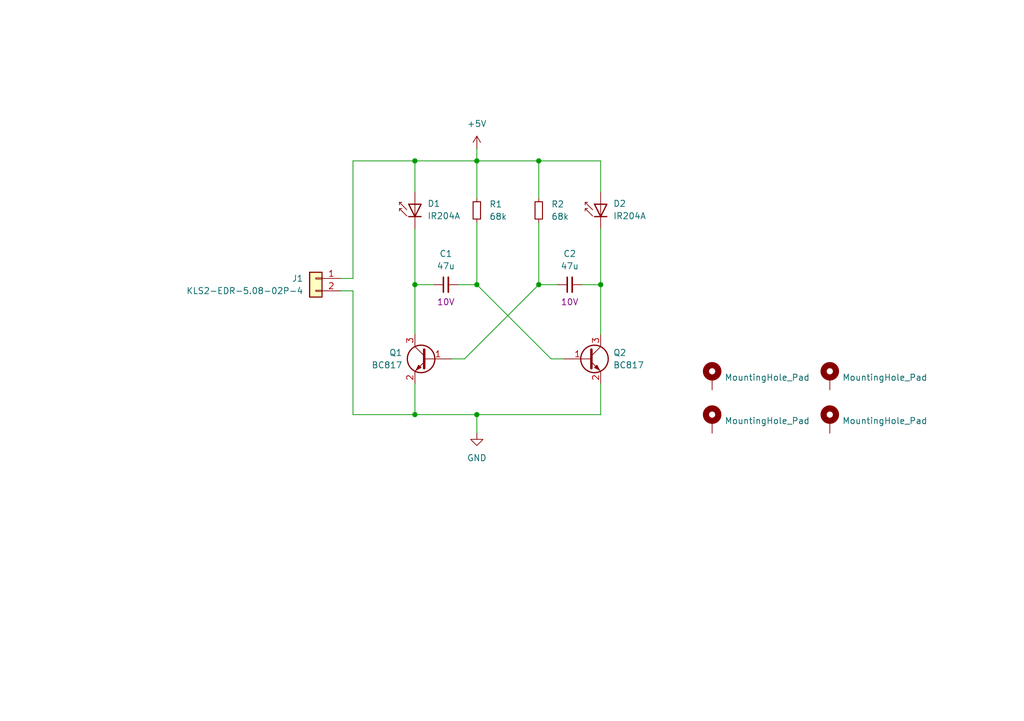
<source format=kicad_sch>
(kicad_sch (version 20231120) (generator "eeschema") (generator_version "8.0")
  (paper "A5")
  (title_block (date "2024-09-03") (rev "v1.0") (company "elton") (comment 2 "AlreadyDone00") (comment 3 "MuratovAS"))
  (lib_symbols
    (symbol "Device:C_Small" (pin_numbers hide) (pin_names (offset 0.254) hide)
      (property "Reference" "C" (at 0.254 1.778 0))
      (property "Value" "C_Small" (at 0.254 -2.032 0))
      (symbol "C_Small_0_1"
        (polyline (pts (xy -1.524 -0.508) (xy 1.524 -0.508)) (stroke (width 0.3302)))
        (polyline (pts (xy -1.524 0.508) (xy 1.524 0.508)) (stroke (width 0.3048)))
      )
      (symbol "C_Small_1_1"
        (pin passive line (at 0 2.54 270) (length 2.032) (name "~") (number "1"))
        (pin passive line (at 0 -2.54 90) (length 2.032) (name "~") (number "2"))
      )
    )
    (symbol "Device:R_Small" (pin_numbers hide) (pin_names (offset 0.254) hide)
      (property "Reference" "R" (at 0.762 0.508 0))
      (property "Value" "R_Small" (at 0.762 -1.016 0))
      (symbol "R_Small_0_1"
        (rectangle (start -0.762 1.778) (end 0.762 -1.778) (stroke (width 0.2032)))
      )
      (symbol "R_Small_1_1"
        (pin passive line (at 0 2.54 270) (length 0.762) (name "~") (number "1"))
        (pin passive line (at 0 -2.54 90) (length 0.762) (name "~") (number "2"))
      )
    )
    (symbol "LED:IR204A" (pin_numbers hide) (pin_names (offset 1.016) hide)
      (property "Reference" "D" (at 0.508 1.778 0))
      (property "Value" "IR204A" (at -1.016 -2.794 0))
      (symbol "IR204A_0_1"
        (polyline (pts (xy -2.54 1.27) (xy -2.54 -1.27)) (stroke (width 0.254)))
        (polyline (pts (xy 0 0) (xy -2.54 0)))
        (polyline (pts (xy 0.381 3.175) (xy -0.127 3.175)))
        (polyline (pts (xy -1.143 1.651) (xy 0.381 3.175) (xy 0.381 2.667)))
        (polyline (pts (xy 0 1.27) (xy -2.54 0) (xy 0 -1.27) (xy 0 1.27)) (stroke (width 0.254)))
        (polyline (pts (xy -2.413 1.651) (xy -0.889 3.175) (xy -0.889 2.667) (xy -0.889 3.175) (xy -1.397 3.175)))
      )
      (symbol "IR204A_1_1"
        (pin passive line (at -5.08 0 0) (length 2.54) (name "K") (number "1"))
        (pin passive line (at 2.54 0 180) (length 2.54) (name "A") (number "2"))
      )
    )
    (symbol "MAS_Connectors:KLS2-EDR-5.08-02P-4" (pin_names (offset 1.016))
      (property "Reference" "J" (at -0.127 3.81 0))
      (property "Value" "KLS2-EDR-5.08-02P-4" (at -10.795 -4.445 0))
      (symbol "KLS2-EDR-5.08-02P-4_1_1"
        (rectangle (start -1.27 -1.143) (end 0 -1.397) (stroke (width 0.1524)))
        (rectangle (start -1.27 1.397) (end 0 1.143) (stroke (width 0.1524)))
        (rectangle (start -1.27 2.54) (end 1.27 -2.54) (stroke (width 0.254)) (fill (type background)))
        (pin passive line (at -5.08 1.27 0) (length 3.81) (name "~") (number "1"))
        (pin passive line (at -5.08 -1.27 0) (length 3.81) (name "~") (number "2"))
      )
    )
    (symbol "Mechanical:MountingHole_Pad" (pin_numbers hide) (pin_names (offset 1.016) hide) (exclude_from_sim yes) (in_bom no)
      (property "Reference" "H" (at 0 6.35 0))
      (property "Value" "MountingHole_Pad" (at 0 4.445 0))
      (symbol "MountingHole_Pad_0_1"
        (circle (center 0 1.27) (radius 1.27) (stroke (width 1.27)))
      )
      (symbol "MountingHole_Pad_1_1"
        (pin input line (at 0 -2.54 90) (length 2.54) (name "1") (number "1"))
      )
    )
    (symbol "Transistor_BJT:BC817" (pin_names (offset 0) hide)
      (property "Reference" "Q" (at 5.08 1.905 0))
      (property "Value" "BC817" (at 5.08 0 0))
      (symbol "BC817_0_1"
        (polyline (pts (xy 0.635 0.635) (xy 2.54 2.54)))
        (polyline (pts (xy 0.635 -0.635) (xy 2.54 -2.54) (xy 2.54 -2.54)))
        (polyline (pts (xy 0.635 1.905) (xy 0.635 -1.905) (xy 0.635 -1.905)) (stroke (width 0.508)))
        (polyline (pts (xy 1.27 -1.778) (xy 1.778 -1.27) (xy 2.286 -2.286) (xy 1.27 -1.778) (xy 1.27 -1.778)) (fill (type outline)))
        (circle (center 1.27 0) (radius 2.8194) (stroke (width 0.254)))
      )
      (symbol "BC817_1_1"
        (pin input line (at -5.08 0 0) (length 5.715) (name "B") (number "1"))
        (pin passive line (at 2.54 -5.08 90) (length 2.54) (name "E") (number "2"))
        (pin passive line (at 2.54 5.08 270) (length 2.54) (name "C") (number "3"))
      )
    )
    (symbol "power:+5V" (power) (pin_numbers hide) (pin_names (offset 0) hide)
      (property "Value" "+5V" (at 0 3.556 0))
      (symbol "+5V_0_1"
        (polyline (pts (xy -0.762 1.27) (xy 0 2.54)))
        (polyline (pts (xy 0 0) (xy 0 2.54)))
        (polyline (pts (xy 0 2.54) (xy 0.762 1.27)))
      )
      (symbol "+5V_1_1"
        (pin power_in line (at 0 0 90) (length 0) (name "~") (number "1"))
      )
    )
    (symbol "power:GND" (power) (pin_numbers hide) (pin_names (offset 0) hide)
      (property "Value" "GND" (at 0 -3.81 0))
      (symbol "GND_0_1"
        (polyline (pts (xy 0 0) (xy 0 -1.27) (xy 1.27 -1.27) (xy 0 -2.54) (xy -1.27 -1.27) (xy 0 -1.27)))
      )
      (symbol "GND_1_1"
        (pin power_in line (at 0 0 270) (length 0) (name "~") (number "1"))
      )
    )
  )
  (junction (at 110.49 33.02))
  (junction (at 85.09 85.09))
  (junction (at 110.49 58.42))
  (junction (at 123.19 58.42))
  (junction (at 97.79 33.02))
  (junction (at 85.09 58.42))
  (junction (at 97.79 58.42))
  (junction (at 97.79 85.09))
  (junction (at 85.09 33.02))
  (wire (pts (xy 85.09 58.42) (xy 85.09 68.58)))
  (wire (pts (xy 69.85 57.15) (xy 72.39 57.15)))
  (wire (pts (xy 85.09 33.02) (xy 85.09 39.37)))
  (wire (pts (xy 123.19 46.99) (xy 123.19 58.42)))
  (wire (pts (xy 110.49 40.64) (xy 110.49 33.02)))
  (wire (pts (xy 72.39 33.02) (xy 85.09 33.02)))
  (wire (pts (xy 119.38 58.42) (xy 123.19 58.42)))
  (wire (pts (xy 97.79 33.02) (xy 110.49 33.02)))
  (wire (pts (xy 69.85 59.69) (xy 72.39 59.69)))
  (wire (pts (xy 97.79 85.09) (xy 97.79 88.9)))
  (wire (pts (xy 97.79 33.02) (xy 97.79 40.64)))
  (wire (pts (xy 123.19 33.02) (xy 123.19 39.37)))
  (wire (pts (xy 93.98 58.42) (xy 97.79 58.42)))
  (wire (pts (xy 92.71 73.66) (xy 95.25 73.66)))
  (wire (pts (xy 85.09 78.74) (xy 85.09 85.09)))
  (wire (pts (xy 85.09 33.02) (xy 97.79 33.02)))
  (wire (pts (xy 72.39 85.09) (xy 85.09 85.09)))
  (wire (pts (xy 85.09 58.42) (xy 88.9 58.42)))
  (wire (pts (xy 72.39 57.15) (xy 72.39 33.02)))
  (wire (pts (xy 123.19 58.42) (xy 123.19 68.58)))
  (wire (pts (xy 110.49 58.42) (xy 114.3 58.42)))
  (wire (pts (xy 110.49 58.42) (xy 95.25 73.66)))
  (wire (pts (xy 110.49 45.72) (xy 110.49 58.42)))
  (wire (pts (xy 97.79 45.72) (xy 97.79 58.42)))
  (wire (pts (xy 85.09 46.99) (xy 85.09 58.42)))
  (wire (pts (xy 85.09 85.09) (xy 97.79 85.09)))
  (wire (pts (xy 72.39 59.69) (xy 72.39 85.09)))
  (wire (pts (xy 113.03 73.66) (xy 97.79 58.42)))
  (wire (pts (xy 123.19 78.74) (xy 123.19 85.09)))
  (wire (pts (xy 113.03 73.66) (xy 115.57 73.66)))
  (wire (pts (xy 97.79 85.09) (xy 123.19 85.09)))
  (wire (pts (xy 110.49 33.02) (xy 123.19 33.02)))
  (wire (pts (xy 97.79 30.48) (xy 97.79 33.02)))
  (symbol (lib_id "Device:R_Small") (at 110.49 43.18 0) (unit 1)
    (property "Reference" "R2" (at 113.03 41.9099 0) (effects (justify left)))
    (property "Value" "68k" (at 113.03 44.4499 0) (effects (justify left)))
    (property "Footprint" "Resistor_SMD:R_0805_2012Metric" (effects (hide yes)))
    (property "Description" "Resistor, small symbol" (effects (hide yes)))
    (property "chipdip" "9000189877" (effects (hide yes)))
    (property "coefficient" "5%" (effects (hide yes)))
  )
  (symbol (lib_id "LED:IR204A") (at 123.19 41.91 90) (unit 1)
    (property "Reference" "D2" (at 125.73 41.7829 90) (effects (justify right)))
    (property "Value" "IR204A" (at 125.73 44.3229 90) (effects (justify right)))
    (property "Footprint" "LED_THT:LED_D3.0mm_IRBlack" (effects (hide yes)))
    (property "Datasheet" "http://www.everlight.com/file/ProductFile/IR204-A.pdf" (effects (hide yes)))
    (property "Description" "Infrared LED , 3mm LED package" (effects (hide yes)))
    (property "chipdip" "8003472582" (effects (hide yes)))
  )
  (symbol (lib_id "Mechanical:MountingHole_Pad") (at 170.18 86.36 0) (unit 1) (exclude_from_sim yes) (in_bom no)
    (property "Reference" "H4" (effects (hide yes)))
    (property "Value" "MountingHole_Pad" (at 172.72 86.3599 0) (effects (justify left)))
    (property "Footprint" "MountingHole:MountingHole_3.2mm_M3_DIN965_Pad" (effects (hide yes)))
    (property "Description" "Mounting Hole with connection" (effects (hide yes)))
  )
  (symbol (lib_id "Transistor_BJT:BC817") (at 120.65 73.66 0) (unit 1)
    (property "Reference" "Q2" (at 125.73 72.3899 0) (effects (justify left)))
    (property "Value" "BC817" (at 125.73 74.9299 0) (effects (justify left)))
    (property "Footprint" "Package_TO_SOT_SMD:SOT-23" (effects (hide yes)))
    (property "Datasheet" "https://www.onsemi.com/pub/Collateral/BC818-D.pdf" (effects (hide yes)))
    (property "Description" "0.8A Ic, 45V Vce, NPN Transistor, SOT-23" (effects (hide yes)))
    (property "chipdip" "28806907" (effects (hide yes)))
  )
  (symbol (lib_id "MAS_Connectors:KLS2-EDR-5.08-02P-4") (at 64.77 58.42 0) (mirror y) (unit 1)
    (property "Reference" "J1" (at 62.23 57.1499 0) (effects (justify left)))
    (property "Value" "KLS2-EDR-5.08-02P-4" (at 62.23 59.6899 0) (effects (justify left)))
    (property "Footprint" "MAS_Package_nostd:KLS2-EDR-5.08-02P-4" (effects (hide yes)))
    (property "Datasheet" "https://static.chipdip.ru/lib/507/DOC001507222.pdf" (effects (hide yes)))
    (property "Description" "TERMINAL BLOCK Connector" (effects (hide yes)))
    (property "chipdip" "9000603329" (effects (hide yes)))
  )
  (symbol (lib_id "LED:IR204A") (at 85.09 41.91 90) (unit 1)
    (property "Reference" "D1" (at 87.63 41.7829 90) (effects (justify right)))
    (property "Value" "IR204A" (at 87.63 44.3229 90) (effects (justify right)))
    (property "Footprint" "LED_THT:LED_D3.0mm_IRBlack" (effects (hide yes)))
    (property "Datasheet" "http://www.everlight.com/file/ProductFile/IR204-A.pdf" (effects (hide yes)))
    (property "Description" "Infrared LED , 3mm LED package" (effects (hide yes)))
    (property "chipdip" "8003472582" (effects (hide yes)))
  )
  (symbol (lib_id "Device:C_Small") (at 116.84 58.42 90) (unit 1)
    (property "Reference" "C2" (at 116.8463 52.07 90))
    (property "Value" "47u" (at 116.8463 54.61 90))
    (property "Footprint" "Capacitor_SMD:C_0805_2012Metric" (effects (hide yes)))
    (property "Description" "Unpolarized capacitor, small symbol" (effects (hide yes)))
    (property "Voltage" "10V" (at 116.84 61.976 90))
    (property "chipdip" "9000326168" (effects (hide yes)))
  )
  (symbol (lib_id "Transistor_BJT:BC817") (at 87.63 73.66 0) (mirror y) (unit 1)
    (property "Reference" "Q1" (at 82.55 72.3899 0) (effects (justify left)))
    (property "Value" "BC817" (at 82.55 74.9299 0) (effects (justify left)))
    (property "Footprint" "Package_TO_SOT_SMD:SOT-23" (effects (hide yes)))
    (property "Datasheet" "https://www.onsemi.com/pub/Collateral/BC818-D.pdf" (effects (hide yes)))
    (property "Description" "0.8A Ic, 45V Vce, NPN Transistor, SOT-23" (effects (hide yes)))
    (property "chipdip" "28806907" (effects (hide yes)))
  )
  (symbol (lib_id "Device:C_Small") (at 91.44 58.42 90) (unit 1)
    (property "Reference" "C1" (at 91.4463 52.07 90))
    (property "Value" "47u" (at 91.4463 54.61 90))
    (property "Footprint" "Capacitor_SMD:C_0805_2012Metric" (effects (hide yes)))
    (property "Description" "Unpolarized capacitor, small symbol" (effects (hide yes)))
    (property "Voltage" "10V" (at 91.44 61.976 90))
    (property "chipdip" "9000326168" (effects (hide yes)))
  )
  (symbol (lib_id "Device:R_Small") (at 97.79 43.18 0) (unit 1)
    (property "Reference" "R1" (at 100.33 41.9099 0) (effects (justify left)))
    (property "Value" "68k" (at 100.33 44.4499 0) (effects (justify left)))
    (property "Footprint" "Resistor_SMD:R_0805_2012Metric" (effects (hide yes)))
    (property "Description" "Resistor, small symbol" (effects (hide yes)))
    (property "chipdip" "9000189877" (effects (hide yes)))
    (property "coefficient" "5%" (effects (hide yes)))
  )
  (symbol (lib_id "power:GND") (at 97.79 88.9 0) (unit 1)
    (property "Reference" "#PWR01" (effects (hide yes)))
    (property "Value" "GND" (at 97.79 93.98 0))
    (property "Description" "Power symbol creates a global label with name \"GND\" , ground" (effects (hide yes)))
  )
  (symbol (lib_id "Mechanical:MountingHole_Pad") (at 146.05 77.47 0) (unit 1) (exclude_from_sim yes) (in_bom no)
    (property "Reference" "H1" (effects (hide yes)))
    (property "Value" "MountingHole_Pad" (at 148.59 77.4699 0) (effects (justify left)))
    (property "Footprint" "MountingHole:MountingHole_3.2mm_M3_DIN965_Pad" (effects (hide yes)))
    (property "Description" "Mounting Hole with connection" (effects (hide yes)))
  )
  (symbol (lib_id "Mechanical:MountingHole_Pad") (at 146.05 86.36 0) (unit 1) (exclude_from_sim yes) (in_bom no)
    (property "Reference" "H2" (effects (hide yes)))
    (property "Value" "MountingHole_Pad" (at 148.59 86.3599 0) (effects (justify left)))
    (property "Footprint" "MountingHole:MountingHole_3.2mm_M3_DIN965_Pad" (effects (hide yes)))
    (property "Description" "Mounting Hole with connection" (effects (hide yes)))
  )
  (symbol (lib_id "power:+5V") (at 97.79 30.48 0) (unit 1)
    (property "Reference" "#PWR02" (effects (hide yes)))
    (property "Value" "+5V" (at 97.79 25.4 0))
    (property "Description" "Power symbol creates a global label with name \"+5V\"" (effects (hide yes)))
  )
  (symbol (lib_id "Mechanical:MountingHole_Pad") (at 170.18 77.47 0) (unit 1) (exclude_from_sim yes) (in_bom no)
    (property "Reference" "H3" (effects (hide yes)))
    (property "Value" "MountingHole_Pad" (at 172.72 77.4699 0) (effects (justify left)))
    (property "Footprint" "MountingHole:MountingHole_3.2mm_M3_DIN965_Pad" (effects (hide yes)))
    (property "Description" "Mounting Hole with connection" (effects (hide yes)))
  )
)
</source>
